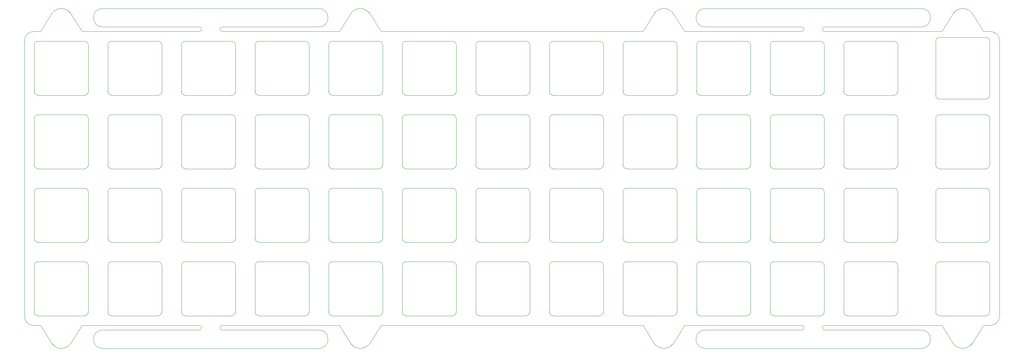
<source format=gbr>
G04 #@! TF.GenerationSoftware,KiCad,Pcbnew,(6.0.1-0)*
G04 #@! TF.CreationDate,2022-06-03T08:49:16-05:00*
G04 #@! TF.ProjectId,plate,706c6174-652e-46b6-9963-61645f706362,rev?*
G04 #@! TF.SameCoordinates,Original*
G04 #@! TF.FileFunction,Profile,NP*
%FSLAX46Y46*%
G04 Gerber Fmt 4.6, Leading zero omitted, Abs format (unit mm)*
G04 Created by KiCad (PCBNEW (6.0.1-0)) date 2022-06-03 08:49:16*
%MOMM*%
%LPD*%
G01*
G04 APERTURE LIST*
G04 #@! TA.AperFunction,Profile*
%ADD10C,0.050000*%
G04 #@! TD*
G04 #@! TA.AperFunction,Profile*
%ADD11C,0.100000*%
G04 #@! TD*
G04 APERTURE END LIST*
D10*
X396479634Y-116681404D02*
G75*
G03*
X398860894Y-114300144I0J2381260D01*
G01*
X396479634Y-116681404D02*
X394693747Y-116681516D01*
X398860894Y-42862716D02*
G75*
G03*
X396479634Y-40481456I-2381260J0D01*
G01*
X396479634Y-40481456D02*
X394693747Y-40481452D01*
X306587423Y-40481452D02*
X238721741Y-40481452D01*
X150615417Y-40481452D02*
X148829842Y-40481468D01*
X148829842Y-116681404D02*
X150615417Y-116681404D01*
X238721741Y-116681535D02*
X306587423Y-116681516D01*
X146448582Y-42862728D02*
X146448582Y-114300156D01*
X148829842Y-40481468D02*
G75*
G03*
X146448582Y-42862728I0J-2381260D01*
G01*
X353615922Y-116681348D02*
X383978113Y-116681516D01*
X230981444Y-121443852D02*
G75*
G03*
X235743948Y-121443852I2381252J1785939D01*
G01*
X222649686Y-122635374D02*
G75*
G03*
X222649686Y-117872198I0J2381588D01*
G01*
X353615922Y-39290658D02*
G75*
G03*
X353615922Y-40481284I0J-595313D01*
G01*
X353615922Y-116681348D02*
G75*
G03*
X353615922Y-117871974I0J-595313D01*
G01*
X158353258Y-35718780D02*
X161331051Y-40481452D01*
X353615922Y-117871974D02*
X378621692Y-117872310D01*
X230981444Y-121443852D02*
X228006107Y-116681535D01*
X386953450Y-121443852D02*
G75*
G03*
X391715954Y-121443852I2381252J1785939D01*
G01*
X228006107Y-40481452D02*
X197643916Y-40481620D01*
X383978113Y-40481452D02*
X353615922Y-40481284D01*
X146448582Y-114300156D02*
G75*
G03*
X148829842Y-116681416I2381260J0D01*
G01*
X353615922Y-39290658D02*
X378621524Y-39291330D01*
X378621692Y-122635486D02*
G75*
G03*
X378621692Y-117872310I0J2381588D01*
G01*
X347662792Y-39290658D02*
X322659478Y-39290658D01*
X222649518Y-39291330D02*
G75*
G03*
X222649518Y-34528154I0J2381588D01*
G01*
X314325264Y-35718780D02*
G75*
G03*
X309562760Y-35718780I-2381252J-1785939D01*
G01*
X391715954Y-35718780D02*
X394693747Y-40481452D01*
X378621524Y-39291330D02*
G75*
G03*
X378621524Y-34528154I0J2381588D01*
G01*
X161331051Y-116681404D02*
X191690786Y-116681236D01*
X309562760Y-35718780D02*
X306587423Y-40481452D01*
X347662792Y-40481284D02*
G75*
G03*
X347662792Y-39290658I0J595313D01*
G01*
X197643916Y-116681236D02*
G75*
G03*
X197643916Y-117871862I0J-595313D01*
G01*
X347662792Y-117871974D02*
G75*
G03*
X347662792Y-116681348I0J595313D01*
G01*
X309562760Y-121443852D02*
G75*
G03*
X314325264Y-121443852I2381252J1785939D01*
G01*
X191690786Y-117871862D02*
G75*
G03*
X191690786Y-116681236I0J595313D01*
G01*
X235743948Y-35718780D02*
G75*
G03*
X230981444Y-35718780I-2381252J-1785939D01*
G01*
X191690786Y-40481620D02*
X161331051Y-40481452D01*
X153590754Y-121443852D02*
G75*
G03*
X158353258Y-121443852I2381252J1785939D01*
G01*
X317303057Y-116681516D02*
X347662792Y-116681348D01*
X230981444Y-35718780D02*
X228006107Y-40481452D01*
X398860894Y-114300144D02*
X398860894Y-42862716D01*
X314325264Y-35718780D02*
X317303057Y-40481452D01*
X166687640Y-117871526D02*
G75*
G03*
X166687640Y-122634702I0J-2381588D01*
G01*
X197643916Y-117871862D02*
X222649686Y-117872198D01*
X158353258Y-35718780D02*
G75*
G03*
X153590754Y-35718780I-2381252J-1785939D01*
G01*
X158353258Y-121443852D02*
X161331051Y-116681404D01*
X166687472Y-34527482D02*
X222649518Y-34528154D01*
X197643916Y-39290994D02*
X222649518Y-39291330D01*
X322659646Y-117871638D02*
G75*
G03*
X322659646Y-122634814I0J-2381588D01*
G01*
X322659478Y-34527482D02*
X378621524Y-34528154D01*
X309562760Y-121443852D02*
X306587423Y-116681516D01*
X386953450Y-121443852D02*
X383978113Y-116681516D01*
X391715954Y-35718780D02*
G75*
G03*
X386953450Y-35718780I-2381252J-1785939D01*
G01*
X153590754Y-121443852D02*
X150615417Y-116681404D01*
X235743948Y-121443852D02*
X238721741Y-116681535D01*
X191690786Y-39290994D02*
X166687472Y-39290658D01*
X191690786Y-40481620D02*
G75*
G03*
X191690786Y-39290994I0J595313D01*
G01*
X391715954Y-121443852D02*
X394693747Y-116681516D01*
X322659478Y-34527482D02*
G75*
G03*
X322659478Y-39290658I0J-2381588D01*
G01*
X386953450Y-35718780D02*
X383978113Y-40481452D01*
X347662792Y-117871974D02*
X322659646Y-117871638D01*
X347662792Y-40481284D02*
X317303057Y-40481452D01*
X197643916Y-39290994D02*
G75*
G03*
X197643916Y-40481620I0J-595313D01*
G01*
X166687640Y-122634702D02*
X222649686Y-122635374D01*
X153590754Y-35718780D02*
X150615417Y-40481452D01*
X314325264Y-121443852D02*
X317303057Y-116681516D01*
X191690786Y-117871862D02*
X166687640Y-117871526D01*
X197643916Y-116681236D02*
X228006107Y-116681404D01*
X378621692Y-122635486D02*
X322659646Y-122634814D01*
X235743948Y-35718780D02*
X238721741Y-40481452D01*
X166687472Y-34527482D02*
G75*
G03*
X166687472Y-39290658I0J-2381588D01*
G01*
X148972530Y-56006460D02*
X148972530Y-44006460D01*
X149972530Y-57006460D02*
X161972530Y-57006460D01*
X149972530Y-43006460D02*
X161972530Y-43006460D01*
X162972530Y-44006460D02*
X162972530Y-56006460D01*
X161972530Y-57006460D02*
G75*
G03*
X162972530Y-56006460I1J999999D01*
G01*
X162972530Y-44006460D02*
G75*
G03*
X161972530Y-43006460I-999999J1D01*
G01*
X148972530Y-56006460D02*
G75*
G03*
X149972530Y-57006460I999999J-1D01*
G01*
X149972530Y-43006460D02*
G75*
G03*
X148972530Y-44006460I-1J-999999D01*
G01*
X168022610Y-56006460D02*
X168022610Y-44006460D01*
X169022610Y-43006460D02*
X181022610Y-43006460D01*
X182022610Y-44006460D02*
X182022610Y-56006460D01*
X169022610Y-57006460D02*
X181022610Y-57006460D01*
X182022610Y-44006460D02*
G75*
G03*
X181022610Y-43006460I-999999J1D01*
G01*
X168022610Y-56006460D02*
G75*
G03*
X169022610Y-57006460I999999J-1D01*
G01*
X181022610Y-57006460D02*
G75*
G03*
X182022610Y-56006460I1J999999D01*
G01*
X169022610Y-43006460D02*
G75*
G03*
X168022610Y-44006460I-1J-999999D01*
G01*
X188072690Y-57006460D02*
X200072690Y-57006460D01*
X187072690Y-56006460D02*
X187072690Y-44006460D01*
X201072690Y-44006460D02*
X201072690Y-56006460D01*
X188072690Y-43006460D02*
X200072690Y-43006460D01*
X200072690Y-57006460D02*
G75*
G03*
X201072690Y-56006460I1J999999D01*
G01*
X188072690Y-43006460D02*
G75*
G03*
X187072690Y-44006460I-1J-999999D01*
G01*
X187072690Y-56006460D02*
G75*
G03*
X188072690Y-57006460I999999J-1D01*
G01*
X201072690Y-44006460D02*
G75*
G03*
X200072690Y-43006460I-999999J1D01*
G01*
X206122770Y-56006460D02*
X206122770Y-44006460D01*
X207122770Y-57006460D02*
X219122770Y-57006460D01*
X207122770Y-43006460D02*
X219122770Y-43006460D01*
X220122770Y-44006460D02*
X220122770Y-56006460D01*
X207122770Y-43006460D02*
G75*
G03*
X206122770Y-44006460I-1J-999999D01*
G01*
X219122770Y-57006460D02*
G75*
G03*
X220122770Y-56006460I1J999999D01*
G01*
X220122770Y-44006460D02*
G75*
G03*
X219122770Y-43006460I-999999J1D01*
G01*
X206122770Y-56006460D02*
G75*
G03*
X207122770Y-57006460I999999J-1D01*
G01*
X239172850Y-44006460D02*
X239172850Y-56006460D01*
X225172850Y-56006460D02*
X225172850Y-44006460D01*
X226172850Y-57006460D02*
X238172850Y-57006460D01*
X226172850Y-43006460D02*
X238172850Y-43006460D01*
X226172850Y-43006460D02*
G75*
G03*
X225172850Y-44006460I-1J-999999D01*
G01*
X225172850Y-56006460D02*
G75*
G03*
X226172850Y-57006460I999999J-1D01*
G01*
X239172850Y-44006460D02*
G75*
G03*
X238172850Y-43006460I-999999J1D01*
G01*
X238172850Y-57006460D02*
G75*
G03*
X239172850Y-56006460I1J999999D01*
G01*
X321423250Y-57006460D02*
X333423250Y-57006460D01*
X321423250Y-43006460D02*
X333423250Y-43006460D01*
X334423250Y-44006460D02*
X334423250Y-56006460D01*
X320423250Y-56006460D02*
X320423250Y-44006460D01*
X320423250Y-56006460D02*
G75*
G03*
X321423250Y-57006460I999999J-1D01*
G01*
X321423250Y-43006460D02*
G75*
G03*
X320423250Y-44006460I-1J-999999D01*
G01*
X334423250Y-44006460D02*
G75*
G03*
X333423250Y-43006460I-999999J1D01*
G01*
X333423250Y-57006460D02*
G75*
G03*
X334423250Y-56006460I1J999999D01*
G01*
X339473330Y-56006460D02*
X339473330Y-44006460D01*
X340473330Y-43006460D02*
X352473330Y-43006460D01*
X340473330Y-57006460D02*
X352473330Y-57006460D01*
X353473330Y-44006460D02*
X353473330Y-56006460D01*
X353473330Y-44006460D02*
G75*
G03*
X352473330Y-43006460I-999999J1D01*
G01*
X339473330Y-56006460D02*
G75*
G03*
X340473330Y-57006460I999999J-1D01*
G01*
X352473330Y-57006460D02*
G75*
G03*
X353473330Y-56006460I1J999999D01*
G01*
X340473330Y-43006460D02*
G75*
G03*
X339473330Y-44006460I-1J-999999D01*
G01*
X148972530Y-75056540D02*
X148972530Y-63056540D01*
X149972530Y-76056540D02*
X161972530Y-76056540D01*
X162972530Y-63056540D02*
X162972530Y-75056540D01*
X149972530Y-62056540D02*
X161972530Y-62056540D01*
X161972530Y-76056540D02*
G75*
G03*
X162972530Y-75056540I1J999999D01*
G01*
X149972530Y-62056540D02*
G75*
G03*
X148972530Y-63056540I-1J-999999D01*
G01*
X148972530Y-75056540D02*
G75*
G03*
X149972530Y-76056540I999999J-1D01*
G01*
X162972530Y-63056540D02*
G75*
G03*
X161972530Y-62056540I-999999J1D01*
G01*
X201072690Y-63056540D02*
X201072690Y-75056540D01*
X188072690Y-76056540D02*
X200072690Y-76056540D01*
X188072690Y-62056540D02*
X200072690Y-62056540D01*
X187072690Y-75056540D02*
X187072690Y-63056540D01*
X187072690Y-75056540D02*
G75*
G03*
X188072690Y-76056540I999999J-1D01*
G01*
X201072690Y-63056540D02*
G75*
G03*
X200072690Y-62056540I-999999J1D01*
G01*
X200072690Y-76056540D02*
G75*
G03*
X201072690Y-75056540I1J999999D01*
G01*
X188072690Y-62056540D02*
G75*
G03*
X187072690Y-63056540I-1J-999999D01*
G01*
X239172850Y-63056540D02*
X239172850Y-75056540D01*
X225172850Y-75056540D02*
X225172850Y-63056540D01*
X226172850Y-62056540D02*
X238172850Y-62056540D01*
X226172850Y-76056540D02*
X238172850Y-76056540D01*
X239172850Y-63056540D02*
G75*
G03*
X238172850Y-62056540I-999999J1D01*
G01*
X226172850Y-62056540D02*
G75*
G03*
X225172850Y-63056540I-1J-999999D01*
G01*
X238172850Y-76056540D02*
G75*
G03*
X239172850Y-75056540I1J999999D01*
G01*
X225172850Y-75056540D02*
G75*
G03*
X226172850Y-76056540I999999J-1D01*
G01*
X245222930Y-76056540D02*
X257222930Y-76056540D01*
X258222930Y-63056540D02*
X258222930Y-75056540D01*
X245222930Y-62056540D02*
X257222930Y-62056540D01*
X244222930Y-75056540D02*
X244222930Y-63056540D01*
X244222930Y-75056540D02*
G75*
G03*
X245222930Y-76056540I999999J-1D01*
G01*
X258222930Y-63056540D02*
G75*
G03*
X257222930Y-62056540I-999999J1D01*
G01*
X245222930Y-62056540D02*
G75*
G03*
X244222930Y-63056540I-1J-999999D01*
G01*
X257222930Y-76056540D02*
G75*
G03*
X258222930Y-75056540I1J999999D01*
G01*
X263273010Y-75056540D02*
X263273010Y-63056540D01*
X264273010Y-62056540D02*
X276273010Y-62056540D01*
X264273010Y-76056540D02*
X276273010Y-76056540D01*
X277273010Y-63056540D02*
X277273010Y-75056540D01*
X263273010Y-75056540D02*
G75*
G03*
X264273010Y-76056540I999999J-1D01*
G01*
X264273010Y-62056540D02*
G75*
G03*
X263273010Y-63056540I-1J-999999D01*
G01*
X276273010Y-76056540D02*
G75*
G03*
X277273010Y-75056540I1J999999D01*
G01*
X277273010Y-63056540D02*
G75*
G03*
X276273010Y-62056540I-999999J1D01*
G01*
X296323090Y-63056540D02*
X296323090Y-75056540D01*
X283323090Y-76056540D02*
X295323090Y-76056540D01*
X283323090Y-62056540D02*
X295323090Y-62056540D01*
X282323090Y-75056540D02*
X282323090Y-63056540D01*
X282323090Y-75056540D02*
G75*
G03*
X283323090Y-76056540I999999J-1D01*
G01*
X283323090Y-62056540D02*
G75*
G03*
X282323090Y-63056540I-1J-999999D01*
G01*
X296323090Y-63056540D02*
G75*
G03*
X295323090Y-62056540I-999999J1D01*
G01*
X295323090Y-76056540D02*
G75*
G03*
X296323090Y-75056540I1J999999D01*
G01*
X315373170Y-63056540D02*
X315373170Y-75056540D01*
X301373170Y-75056540D02*
X301373170Y-63056540D01*
X302373170Y-76056540D02*
X314373170Y-76056540D01*
X302373170Y-62056540D02*
X314373170Y-62056540D01*
X302373170Y-62056540D02*
G75*
G03*
X301373170Y-63056540I-1J-999999D01*
G01*
X301373170Y-75056540D02*
G75*
G03*
X302373170Y-76056540I999999J-1D01*
G01*
X314373170Y-76056540D02*
G75*
G03*
X315373170Y-75056540I1J999999D01*
G01*
X315373170Y-63056540D02*
G75*
G03*
X314373170Y-62056540I-999999J1D01*
G01*
X321423250Y-76056540D02*
X333423250Y-76056540D01*
X334423250Y-63056540D02*
X334423250Y-75056540D01*
X321423250Y-62056540D02*
X333423250Y-62056540D01*
X320423250Y-75056540D02*
X320423250Y-63056540D01*
X321423250Y-62056540D02*
G75*
G03*
X320423250Y-63056540I-1J-999999D01*
G01*
X334423250Y-63056540D02*
G75*
G03*
X333423250Y-62056540I-999999J1D01*
G01*
X333423250Y-76056540D02*
G75*
G03*
X334423250Y-75056540I1J999999D01*
G01*
X320423250Y-75056540D02*
G75*
G03*
X321423250Y-76056540I999999J-1D01*
G01*
X340473330Y-62056540D02*
X352473330Y-62056540D01*
X339473330Y-75056540D02*
X339473330Y-63056540D01*
X353473330Y-63056540D02*
X353473330Y-75056540D01*
X340473330Y-76056540D02*
X352473330Y-76056540D01*
X353473330Y-63056540D02*
G75*
G03*
X352473330Y-62056540I-999999J1D01*
G01*
X352473330Y-76056540D02*
G75*
G03*
X353473330Y-75056540I1J999999D01*
G01*
X339473330Y-75056540D02*
G75*
G03*
X340473330Y-76056540I999999J-1D01*
G01*
X340473330Y-62056540D02*
G75*
G03*
X339473330Y-63056540I-1J-999999D01*
G01*
X358523410Y-75056540D02*
X358523410Y-63056540D01*
X359523410Y-76056540D02*
X371523410Y-76056540D01*
X372523410Y-63056540D02*
X372523410Y-75056540D01*
X359523410Y-62056540D02*
X371523410Y-62056540D01*
X358523410Y-75056540D02*
G75*
G03*
X359523410Y-76056540I999999J-1D01*
G01*
X359523410Y-62056540D02*
G75*
G03*
X358523410Y-63056540I-1J-999999D01*
G01*
X372523410Y-63056540D02*
G75*
G03*
X371523410Y-62056540I-999999J1D01*
G01*
X371523410Y-76056540D02*
G75*
G03*
X372523410Y-75056540I1J999999D01*
G01*
X162972530Y-82106620D02*
X162972530Y-94106620D01*
X148972530Y-94106620D02*
X148972530Y-82106620D01*
X149972530Y-81106620D02*
X161972530Y-81106620D01*
X149972530Y-95106620D02*
X161972530Y-95106620D01*
X148972530Y-94106620D02*
G75*
G03*
X149972530Y-95106620I999999J-1D01*
G01*
X162972530Y-82106620D02*
G75*
G03*
X161972530Y-81106620I-999999J1D01*
G01*
X161972530Y-95106620D02*
G75*
G03*
X162972530Y-94106620I1J999999D01*
G01*
X149972530Y-81106620D02*
G75*
G03*
X148972530Y-82106620I-1J-999999D01*
G01*
X169022610Y-81106620D02*
X181022610Y-81106620D01*
X169022610Y-95106620D02*
X181022610Y-95106620D01*
X168022610Y-94106620D02*
X168022610Y-82106620D01*
X182022610Y-82106620D02*
X182022610Y-94106620D01*
X181022610Y-95106620D02*
G75*
G03*
X182022610Y-94106620I1J999999D01*
G01*
X168022610Y-94106620D02*
G75*
G03*
X169022610Y-95106620I999999J-1D01*
G01*
X182022610Y-82106620D02*
G75*
G03*
X181022610Y-81106620I-999999J1D01*
G01*
X169022610Y-81106620D02*
G75*
G03*
X168022610Y-82106620I-1J-999999D01*
G01*
X187072690Y-94106620D02*
X187072690Y-82106620D01*
X201072690Y-82106620D02*
X201072690Y-94106620D01*
X188072690Y-81106620D02*
X200072690Y-81106620D01*
X188072690Y-95106620D02*
X200072690Y-95106620D01*
X187072690Y-94106620D02*
G75*
G03*
X188072690Y-95106620I999999J-1D01*
G01*
X188072690Y-81106620D02*
G75*
G03*
X187072690Y-82106620I-1J-999999D01*
G01*
X201072690Y-82106620D02*
G75*
G03*
X200072690Y-81106620I-999999J1D01*
G01*
X200072690Y-95106620D02*
G75*
G03*
X201072690Y-94106620I1J999999D01*
G01*
X207122770Y-95106620D02*
X219122770Y-95106620D01*
X206122770Y-94106620D02*
X206122770Y-82106620D01*
X220122770Y-82106620D02*
X220122770Y-94106620D01*
X207122770Y-81106620D02*
X219122770Y-81106620D01*
X220122770Y-82106620D02*
G75*
G03*
X219122770Y-81106620I-999999J1D01*
G01*
X219122770Y-95106620D02*
G75*
G03*
X220122770Y-94106620I1J999999D01*
G01*
X206122770Y-94106620D02*
G75*
G03*
X207122770Y-95106620I999999J-1D01*
G01*
X207122770Y-81106620D02*
G75*
G03*
X206122770Y-82106620I-1J-999999D01*
G01*
X226172850Y-81106620D02*
X238172850Y-81106620D01*
X225172850Y-94106620D02*
X225172850Y-82106620D01*
X226172850Y-95106620D02*
X238172850Y-95106620D01*
X239172850Y-82106620D02*
X239172850Y-94106620D01*
X238172850Y-95106620D02*
G75*
G03*
X239172850Y-94106620I1J999999D01*
G01*
X225172850Y-94106620D02*
G75*
G03*
X226172850Y-95106620I999999J-1D01*
G01*
X239172850Y-82106620D02*
G75*
G03*
X238172850Y-81106620I-999999J1D01*
G01*
X226172850Y-81106620D02*
G75*
G03*
X225172850Y-82106620I-1J-999999D01*
G01*
X245222930Y-81106620D02*
X257222930Y-81106620D01*
X245222930Y-95106620D02*
X257222930Y-95106620D01*
X244222930Y-94106620D02*
X244222930Y-82106620D01*
X258222930Y-82106620D02*
X258222930Y-94106620D01*
X258222930Y-82106620D02*
G75*
G03*
X257222930Y-81106620I-999999J1D01*
G01*
X244222930Y-94106620D02*
G75*
G03*
X245222930Y-95106620I999999J-1D01*
G01*
X245222930Y-81106620D02*
G75*
G03*
X244222930Y-82106620I-1J-999999D01*
G01*
X257222930Y-95106620D02*
G75*
G03*
X258222930Y-94106620I1J999999D01*
G01*
X264273010Y-81106620D02*
X276273010Y-81106620D01*
X277273010Y-82106620D02*
X277273010Y-94106620D01*
X263273010Y-94106620D02*
X263273010Y-82106620D01*
X264273010Y-95106620D02*
X276273010Y-95106620D01*
X277273010Y-82106620D02*
G75*
G03*
X276273010Y-81106620I-999999J1D01*
G01*
X263273010Y-94106620D02*
G75*
G03*
X264273010Y-95106620I999999J-1D01*
G01*
X264273010Y-81106620D02*
G75*
G03*
X263273010Y-82106620I-1J-999999D01*
G01*
X276273010Y-95106620D02*
G75*
G03*
X277273010Y-94106620I1J999999D01*
G01*
X282323090Y-94106620D02*
X282323090Y-82106620D01*
X296323090Y-82106620D02*
X296323090Y-94106620D01*
X283323090Y-95106620D02*
X295323090Y-95106620D01*
X283323090Y-81106620D02*
X295323090Y-81106620D01*
X282323090Y-94106620D02*
G75*
G03*
X283323090Y-95106620I999999J-1D01*
G01*
X283323090Y-81106620D02*
G75*
G03*
X282323090Y-82106620I-1J-999999D01*
G01*
X295323090Y-95106620D02*
G75*
G03*
X296323090Y-94106620I1J999999D01*
G01*
X296323090Y-82106620D02*
G75*
G03*
X295323090Y-81106620I-999999J1D01*
G01*
X302373170Y-81106620D02*
X314373170Y-81106620D01*
X302373170Y-95106620D02*
X314373170Y-95106620D01*
X315373170Y-82106620D02*
X315373170Y-94106620D01*
X301373170Y-94106620D02*
X301373170Y-82106620D01*
X302373170Y-81106620D02*
G75*
G03*
X301373170Y-82106620I-1J-999999D01*
G01*
X315373170Y-82106620D02*
G75*
G03*
X314373170Y-81106620I-999999J1D01*
G01*
X301373170Y-94106620D02*
G75*
G03*
X302373170Y-95106620I999999J-1D01*
G01*
X314373170Y-95106620D02*
G75*
G03*
X315373170Y-94106620I1J999999D01*
G01*
X321423250Y-81106620D02*
X333423250Y-81106620D01*
X321423250Y-95106620D02*
X333423250Y-95106620D01*
X320423250Y-94106620D02*
X320423250Y-82106620D01*
X334423250Y-82106620D02*
X334423250Y-94106620D01*
X334423250Y-82106620D02*
G75*
G03*
X333423250Y-81106620I-999999J1D01*
G01*
X321423250Y-81106620D02*
G75*
G03*
X320423250Y-82106620I-1J-999999D01*
G01*
X333423250Y-95106620D02*
G75*
G03*
X334423250Y-94106620I1J999999D01*
G01*
X320423250Y-94106620D02*
G75*
G03*
X321423250Y-95106620I999999J-1D01*
G01*
X353473330Y-82106620D02*
X353473330Y-94106620D01*
X340473330Y-95106620D02*
X352473330Y-95106620D01*
X339473330Y-94106620D02*
X339473330Y-82106620D01*
X340473330Y-81106620D02*
X352473330Y-81106620D01*
X352473330Y-95106620D02*
G75*
G03*
X353473330Y-94106620I1J999999D01*
G01*
X340473330Y-81106620D02*
G75*
G03*
X339473330Y-82106620I-1J-999999D01*
G01*
X353473330Y-82106620D02*
G75*
G03*
X352473330Y-81106620I-999999J1D01*
G01*
X339473330Y-94106620D02*
G75*
G03*
X340473330Y-95106620I999999J-1D01*
G01*
X372523410Y-82106620D02*
X372523410Y-94106620D01*
X358523410Y-94106620D02*
X358523410Y-82106620D01*
X359523410Y-81106620D02*
X371523410Y-81106620D01*
X359523410Y-95106620D02*
X371523410Y-95106620D01*
X371523410Y-95106620D02*
G75*
G03*
X372523410Y-94106620I1J999999D01*
G01*
X359523410Y-81106620D02*
G75*
G03*
X358523410Y-82106620I-1J-999999D01*
G01*
X358523410Y-94106620D02*
G75*
G03*
X359523410Y-95106620I999999J-1D01*
G01*
X372523410Y-82106620D02*
G75*
G03*
X371523410Y-81106620I-999999J1D01*
G01*
X182022610Y-101156700D02*
X182022610Y-113156700D01*
X169022610Y-114156700D02*
X181022610Y-114156700D01*
X169022610Y-100156700D02*
X181022610Y-100156700D01*
X168022610Y-113156700D02*
X168022610Y-101156700D01*
X182022610Y-101156700D02*
G75*
G03*
X181022610Y-100156700I-999999J1D01*
G01*
X169022610Y-100156700D02*
G75*
G03*
X168022610Y-101156700I-1J-999999D01*
G01*
X181022610Y-114156700D02*
G75*
G03*
X182022610Y-113156700I1J999999D01*
G01*
X168022610Y-113156700D02*
G75*
G03*
X169022610Y-114156700I999999J-1D01*
G01*
X187072690Y-113156700D02*
X187072690Y-101156700D01*
X188072690Y-114156700D02*
X200072690Y-114156700D01*
X188072690Y-100156700D02*
X200072690Y-100156700D01*
X201072690Y-101156700D02*
X201072690Y-113156700D01*
X188072690Y-100156700D02*
G75*
G03*
X187072690Y-101156700I-1J-999999D01*
G01*
X187072690Y-113156700D02*
G75*
G03*
X188072690Y-114156700I999999J-1D01*
G01*
X200072690Y-114156700D02*
G75*
G03*
X201072690Y-113156700I1J999999D01*
G01*
X201072690Y-101156700D02*
G75*
G03*
X200072690Y-100156700I-999999J1D01*
G01*
X207122770Y-100156700D02*
X219122770Y-100156700D01*
X206122770Y-113156700D02*
X206122770Y-101156700D01*
X220122770Y-101156700D02*
X220122770Y-113156700D01*
X207122770Y-114156700D02*
X219122770Y-114156700D01*
X219122770Y-114156700D02*
G75*
G03*
X220122770Y-113156700I1J999999D01*
G01*
X207122770Y-100156700D02*
G75*
G03*
X206122770Y-101156700I-1J-999999D01*
G01*
X206122770Y-113156700D02*
G75*
G03*
X207122770Y-114156700I999999J-1D01*
G01*
X220122770Y-101156700D02*
G75*
G03*
X219122770Y-100156700I-999999J1D01*
G01*
X226172850Y-100156700D02*
X238172850Y-100156700D01*
X225172850Y-113156700D02*
X225172850Y-101156700D01*
X226172850Y-114156700D02*
X238172850Y-114156700D01*
X239172850Y-101156700D02*
X239172850Y-113156700D01*
X239172850Y-101156700D02*
G75*
G03*
X238172850Y-100156700I-999999J1D01*
G01*
X225172850Y-113156700D02*
G75*
G03*
X226172850Y-114156700I999999J-1D01*
G01*
X226172850Y-100156700D02*
G75*
G03*
X225172850Y-101156700I-1J-999999D01*
G01*
X238172850Y-114156700D02*
G75*
G03*
X239172850Y-113156700I1J999999D01*
G01*
X245222930Y-100156700D02*
X257222930Y-100156700D01*
X258222930Y-101156700D02*
X258222930Y-113156700D01*
X244222930Y-113156700D02*
X244222930Y-101156700D01*
X245222930Y-114156700D02*
X257222930Y-114156700D01*
X258222930Y-101156700D02*
G75*
G03*
X257222930Y-100156700I-999999J1D01*
G01*
X245222930Y-100156700D02*
G75*
G03*
X244222930Y-101156700I-1J-999999D01*
G01*
X244222930Y-113156700D02*
G75*
G03*
X245222930Y-114156700I999999J-1D01*
G01*
X257222930Y-114156700D02*
G75*
G03*
X258222930Y-113156700I1J999999D01*
G01*
X264273010Y-114156700D02*
X276273010Y-114156700D01*
X263273010Y-113156700D02*
X263273010Y-101156700D01*
X264273010Y-100156700D02*
X276273010Y-100156700D01*
X277273010Y-101156700D02*
X277273010Y-113156700D01*
X263273010Y-113156700D02*
G75*
G03*
X264273010Y-114156700I999999J-1D01*
G01*
X277273010Y-101156700D02*
G75*
G03*
X276273010Y-100156700I-999999J1D01*
G01*
X276273010Y-114156700D02*
G75*
G03*
X277273010Y-113156700I1J999999D01*
G01*
X264273010Y-100156700D02*
G75*
G03*
X263273010Y-101156700I-1J-999999D01*
G01*
X282323090Y-113156700D02*
X282323090Y-101156700D01*
X296323090Y-101156700D02*
X296323090Y-113156700D01*
X283323090Y-114156700D02*
X295323090Y-114156700D01*
X283323090Y-100156700D02*
X295323090Y-100156700D01*
X282323090Y-113156700D02*
G75*
G03*
X283323090Y-114156700I999999J-1D01*
G01*
X295323090Y-114156700D02*
G75*
G03*
X296323090Y-113156700I1J999999D01*
G01*
X296323090Y-101156700D02*
G75*
G03*
X295323090Y-100156700I-999999J1D01*
G01*
X283323090Y-100156700D02*
G75*
G03*
X282323090Y-101156700I-1J-999999D01*
G01*
X302373170Y-100156700D02*
X314373170Y-100156700D01*
X302373170Y-114156700D02*
X314373170Y-114156700D01*
X315373170Y-101156700D02*
X315373170Y-113156700D01*
X301373170Y-113156700D02*
X301373170Y-101156700D01*
X315373170Y-101156700D02*
G75*
G03*
X314373170Y-100156700I-999999J1D01*
G01*
X301373170Y-113156700D02*
G75*
G03*
X302373170Y-114156700I999999J-1D01*
G01*
X314373170Y-114156700D02*
G75*
G03*
X315373170Y-113156700I1J999999D01*
G01*
X302373170Y-100156700D02*
G75*
G03*
X301373170Y-101156700I-1J-999999D01*
G01*
X320423250Y-113156700D02*
X320423250Y-101156700D01*
X334423250Y-101156700D02*
X334423250Y-113156700D01*
X321423250Y-114156700D02*
X333423250Y-114156700D01*
X321423250Y-100156700D02*
X333423250Y-100156700D01*
X333423250Y-114156700D02*
G75*
G03*
X334423250Y-113156700I1J999999D01*
G01*
X321423250Y-100156700D02*
G75*
G03*
X320423250Y-101156700I-1J-999999D01*
G01*
X320423250Y-113156700D02*
G75*
G03*
X321423250Y-114156700I999999J-1D01*
G01*
X334423250Y-101156700D02*
G75*
G03*
X333423250Y-100156700I-999999J1D01*
G01*
X340473330Y-114160000D02*
X352473330Y-114160000D01*
X353473330Y-101160000D02*
X353473330Y-113160000D01*
X340473330Y-100160000D02*
X352473330Y-100160000D01*
X339473330Y-113160000D02*
X339473330Y-101160000D01*
X340473330Y-100160000D02*
G75*
G03*
X339473330Y-101160000I-1J-999999D01*
G01*
X353473330Y-101160000D02*
G75*
G03*
X352473330Y-100160000I-999999J1D01*
G01*
X339473330Y-113160000D02*
G75*
G03*
X340473330Y-114160000I999999J-1D01*
G01*
X352473330Y-114160000D02*
G75*
G03*
X353473330Y-113160000I1J999999D01*
G01*
X359523410Y-100156700D02*
X371523410Y-100156700D01*
X359523410Y-114156700D02*
X371523410Y-114156700D01*
X358523410Y-113156700D02*
X358523410Y-101156700D01*
X372523410Y-101156700D02*
X372523410Y-113156700D01*
X371523410Y-114156700D02*
G75*
G03*
X372523410Y-113156700I1J999999D01*
G01*
X372523410Y-101156700D02*
G75*
G03*
X371523410Y-100156700I-999999J1D01*
G01*
X359523410Y-100156700D02*
G75*
G03*
X358523410Y-101156700I-1J-999999D01*
G01*
X358523410Y-113156700D02*
G75*
G03*
X359523410Y-114156700I999999J-1D01*
G01*
X149972530Y-114156700D02*
X161972530Y-114156700D01*
X149972530Y-100156700D02*
X161972530Y-100156700D01*
X162972530Y-101156700D02*
X162972530Y-113156700D01*
X148972530Y-113156700D02*
X148972530Y-101156700D01*
X162972530Y-101156700D02*
G75*
G03*
X161972530Y-100156700I-999999J1D01*
G01*
X148972530Y-113156700D02*
G75*
G03*
X149972530Y-114156700I999999J-1D01*
G01*
X149972530Y-100156700D02*
G75*
G03*
X148972530Y-101156700I-1J-999999D01*
G01*
X161972530Y-114156700D02*
G75*
G03*
X162972530Y-113156700I1J999999D01*
G01*
X182022610Y-63056540D02*
X182022610Y-75056540D01*
X169022610Y-62056540D02*
X181022610Y-62056540D01*
X169022610Y-76056540D02*
X181022610Y-76056540D01*
X168022610Y-75056540D02*
X168022610Y-63056540D01*
X169022610Y-62056540D02*
G75*
G03*
X168022610Y-63056540I-1J-999999D01*
G01*
X182022610Y-63056540D02*
G75*
G03*
X181022610Y-62056540I-999999J1D01*
G01*
X168022610Y-75056540D02*
G75*
G03*
X169022610Y-76056540I999999J-1D01*
G01*
X181022610Y-76056540D02*
G75*
G03*
X182022610Y-75056540I1J999999D01*
G01*
X382335890Y-94106428D02*
X382335890Y-82106428D01*
X383335890Y-95106428D02*
X395335890Y-95106428D01*
X383335890Y-81106428D02*
X395335890Y-81106428D01*
X396335890Y-82106428D02*
X396335890Y-94106428D01*
X395335890Y-95106428D02*
G75*
G03*
X396335890Y-94106428I1J999999D01*
G01*
X396335890Y-82106428D02*
G75*
G03*
X395335890Y-81106428I-999999J1D01*
G01*
X382335890Y-94106428D02*
G75*
G03*
X383335890Y-95106428I999999J-1D01*
G01*
X383335890Y-81106428D02*
G75*
G03*
X382335890Y-82106428I-1J-999999D01*
G01*
X383335890Y-76056444D02*
X395335890Y-76056444D01*
X396335890Y-63056444D02*
X396335890Y-75056444D01*
X383335890Y-62056444D02*
X395335890Y-62056444D01*
X382335890Y-75056444D02*
X382335890Y-63056444D01*
X395335890Y-76056444D02*
G75*
G03*
X396335890Y-75056444I1J999999D01*
G01*
X383335890Y-62056444D02*
G75*
G03*
X382335890Y-63056444I-1J-999999D01*
G01*
X382335890Y-75056444D02*
G75*
G03*
X383335890Y-76056444I999999J-1D01*
G01*
X396335890Y-63056444D02*
G75*
G03*
X395335890Y-62056444I-999999J1D01*
G01*
D11*
X396336010Y-57006460D02*
X396336010Y-43006460D01*
X395336010Y-42006460D02*
X383336010Y-42006460D01*
X383336010Y-58006460D02*
X395336010Y-58006460D01*
X382336010Y-57006460D02*
X382336010Y-43006460D01*
X396336009Y-56531460D02*
X396336009Y-56531460D01*
X396336010Y-43006460D02*
G75*
G03*
X395336010Y-42006460I-999999J1D01*
G01*
X395336010Y-58006460D02*
G75*
G03*
X396336010Y-57006460I1J999999D01*
G01*
X383336010Y-42006460D02*
G75*
G03*
X382336010Y-43006460I-1J-999999D01*
G01*
X382336010Y-57006460D02*
G75*
G03*
X383336010Y-58006460I999999J-1D01*
G01*
D10*
X358523410Y-56006460D02*
X358523410Y-44006460D01*
X359523410Y-57006460D02*
X371523410Y-57006460D01*
X372523410Y-44006460D02*
X372523410Y-56006460D01*
X359523410Y-43006460D02*
X371523410Y-43006460D01*
X358523410Y-56006460D02*
G75*
G03*
X359523410Y-57006460I999999J-1D01*
G01*
X359523410Y-43006460D02*
G75*
G03*
X358523410Y-44006460I-1J-999999D01*
G01*
X371523410Y-57006460D02*
G75*
G03*
X372523410Y-56006460I1J999999D01*
G01*
X372523410Y-44006460D02*
G75*
G03*
X371523410Y-43006460I-999999J1D01*
G01*
X383336010Y-100156700D02*
X395336010Y-100156700D01*
X383336010Y-114156700D02*
X395336010Y-114156700D01*
X382336010Y-113156700D02*
X382336010Y-101156700D01*
X396336010Y-101156700D02*
X396336010Y-113156700D01*
X382336010Y-113156700D02*
G75*
G03*
X383336010Y-114156700I999999J-1D01*
G01*
X395336010Y-114156700D02*
G75*
G03*
X396336010Y-113156700I1J999999D01*
G01*
X383336010Y-100156700D02*
G75*
G03*
X382336010Y-101156700I-1J-999999D01*
G01*
X396336010Y-101156700D02*
G75*
G03*
X395336010Y-100156700I-999999J1D01*
G01*
X207122770Y-62056540D02*
X219122770Y-62056540D01*
X207122770Y-76056540D02*
X219122770Y-76056540D01*
X206122770Y-75056540D02*
X206122770Y-63056540D01*
X220122770Y-63056540D02*
X220122770Y-75056540D01*
X219122770Y-76056540D02*
G75*
G03*
X220122770Y-75056540I1J999999D01*
G01*
X207122770Y-62056540D02*
G75*
G03*
X206122770Y-63056540I-1J-999999D01*
G01*
X220122770Y-63056540D02*
G75*
G03*
X219122770Y-62056540I-999999J1D01*
G01*
X206122770Y-75056540D02*
G75*
G03*
X207122770Y-76056540I999999J-1D01*
G01*
X245223314Y-43006460D02*
X257223314Y-43006460D01*
X244223314Y-56006460D02*
X244223314Y-44006460D01*
X245223314Y-57006460D02*
X257223314Y-57006460D01*
X258223314Y-44006460D02*
X258223314Y-56006460D01*
X258223314Y-44006460D02*
G75*
G03*
X257223314Y-43006460I-999999J1D01*
G01*
X257223314Y-57006460D02*
G75*
G03*
X258223314Y-56006460I1J999999D01*
G01*
X244223314Y-56006460D02*
G75*
G03*
X245223314Y-57006460I999999J-1D01*
G01*
X245223314Y-43006460D02*
G75*
G03*
X244223314Y-44006460I-1J-999999D01*
G01*
X264273330Y-57006460D02*
X276273330Y-57006460D01*
X277273330Y-44006460D02*
X277273330Y-56006460D01*
X263273330Y-56006460D02*
X263273330Y-44006460D01*
X264273330Y-43006460D02*
X276273330Y-43006460D01*
X276273330Y-57006460D02*
G75*
G03*
X277273330Y-56006460I1J999999D01*
G01*
X264273330Y-43006460D02*
G75*
G03*
X263273330Y-44006460I-1J-999999D01*
G01*
X277273330Y-44006460D02*
G75*
G03*
X276273330Y-43006460I-999999J1D01*
G01*
X263273330Y-56006460D02*
G75*
G03*
X264273330Y-57006460I999999J-1D01*
G01*
X283323346Y-43006460D02*
X295323346Y-43006460D01*
X282323346Y-56006460D02*
X282323346Y-44006460D01*
X296323346Y-44006460D02*
X296323346Y-56006460D01*
X283323346Y-57006460D02*
X295323346Y-57006460D01*
X295323346Y-57006460D02*
G75*
G03*
X296323346Y-56006460I1J999999D01*
G01*
X283323346Y-43006460D02*
G75*
G03*
X282323346Y-44006460I-1J-999999D01*
G01*
X296323346Y-44006460D02*
G75*
G03*
X295323346Y-43006460I-999999J1D01*
G01*
X282323346Y-56006460D02*
G75*
G03*
X283323346Y-57006460I999999J-1D01*
G01*
X302373362Y-43006460D02*
X314373362Y-43006460D01*
X315373362Y-44006460D02*
X315373362Y-56006460D01*
X302373362Y-57006460D02*
X314373362Y-57006460D01*
X301373362Y-56006460D02*
X301373362Y-44006460D01*
X302373362Y-43006460D02*
G75*
G03*
X301373362Y-44006460I-1J-999999D01*
G01*
X315373362Y-44006460D02*
G75*
G03*
X314373362Y-43006460I-999999J1D01*
G01*
X301373362Y-56006460D02*
G75*
G03*
X302373362Y-57006460I999999J-1D01*
G01*
X314373362Y-57006460D02*
G75*
G03*
X315373362Y-56006460I1J999999D01*
G01*
M02*

</source>
